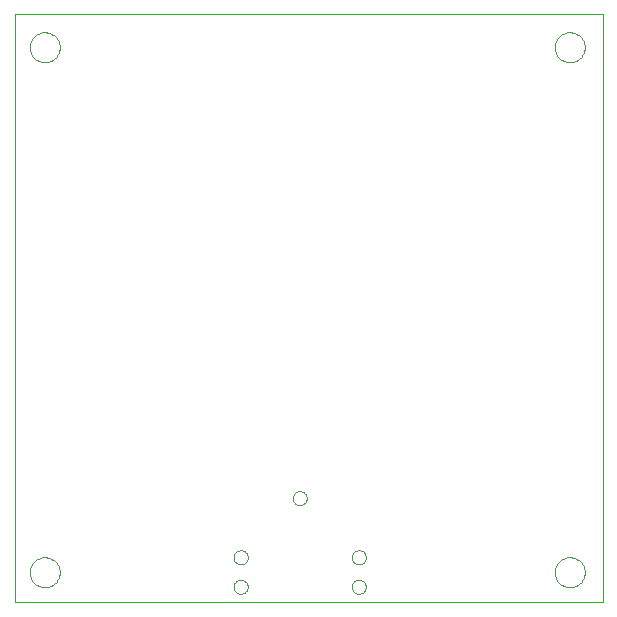
<source format=gbo>
G75*
G70*
%OFA0B0*%
%FSLAX24Y24*%
%IPPOS*%
%LPD*%
%AMOC8*
5,1,8,0,0,1.08239X$1,22.5*
%
%ADD10C,0.0000*%
D10*
X000131Y001209D02*
X000131Y020809D01*
X019731Y020809D01*
X019731Y001209D01*
X000131Y001209D01*
X000631Y002209D02*
X000633Y002253D01*
X000639Y002297D01*
X000649Y002340D01*
X000662Y002382D01*
X000679Y002423D01*
X000700Y002462D01*
X000724Y002499D01*
X000751Y002534D01*
X000781Y002566D01*
X000814Y002596D01*
X000850Y002622D01*
X000887Y002646D01*
X000927Y002665D01*
X000968Y002682D01*
X001011Y002694D01*
X001054Y002703D01*
X001098Y002708D01*
X001142Y002709D01*
X001186Y002706D01*
X001230Y002699D01*
X001273Y002688D01*
X001315Y002674D01*
X001355Y002656D01*
X001394Y002634D01*
X001430Y002610D01*
X001464Y002582D01*
X001496Y002551D01*
X001525Y002517D01*
X001551Y002481D01*
X001573Y002443D01*
X001592Y002403D01*
X001607Y002361D01*
X001619Y002319D01*
X001627Y002275D01*
X001631Y002231D01*
X001631Y002187D01*
X001627Y002143D01*
X001619Y002099D01*
X001607Y002057D01*
X001592Y002015D01*
X001573Y001975D01*
X001551Y001937D01*
X001525Y001901D01*
X001496Y001867D01*
X001464Y001836D01*
X001430Y001808D01*
X001394Y001784D01*
X001355Y001762D01*
X001315Y001744D01*
X001273Y001730D01*
X001230Y001719D01*
X001186Y001712D01*
X001142Y001709D01*
X001098Y001710D01*
X001054Y001715D01*
X001011Y001724D01*
X000968Y001736D01*
X000927Y001753D01*
X000887Y001772D01*
X000850Y001796D01*
X000814Y001822D01*
X000781Y001852D01*
X000751Y001884D01*
X000724Y001919D01*
X000700Y001956D01*
X000679Y001995D01*
X000662Y002036D01*
X000649Y002078D01*
X000639Y002121D01*
X000633Y002165D01*
X000631Y002209D01*
X007427Y001725D02*
X007429Y001755D01*
X007435Y001785D01*
X007444Y001814D01*
X007457Y001841D01*
X007474Y001866D01*
X007493Y001889D01*
X007516Y001910D01*
X007541Y001927D01*
X007567Y001941D01*
X007596Y001951D01*
X007625Y001958D01*
X007655Y001961D01*
X007686Y001960D01*
X007716Y001955D01*
X007745Y001946D01*
X007772Y001934D01*
X007798Y001919D01*
X007822Y001900D01*
X007843Y001878D01*
X007861Y001854D01*
X007876Y001827D01*
X007887Y001799D01*
X007895Y001770D01*
X007899Y001740D01*
X007899Y001710D01*
X007895Y001680D01*
X007887Y001651D01*
X007876Y001623D01*
X007861Y001596D01*
X007843Y001572D01*
X007822Y001550D01*
X007798Y001531D01*
X007772Y001516D01*
X007745Y001504D01*
X007716Y001495D01*
X007686Y001490D01*
X007655Y001489D01*
X007625Y001492D01*
X007596Y001499D01*
X007567Y001509D01*
X007541Y001523D01*
X007516Y001540D01*
X007493Y001561D01*
X007474Y001584D01*
X007457Y001609D01*
X007444Y001636D01*
X007435Y001665D01*
X007429Y001695D01*
X007427Y001725D01*
X007427Y002709D02*
X007429Y002739D01*
X007435Y002769D01*
X007444Y002798D01*
X007457Y002825D01*
X007474Y002850D01*
X007493Y002873D01*
X007516Y002894D01*
X007541Y002911D01*
X007567Y002925D01*
X007596Y002935D01*
X007625Y002942D01*
X007655Y002945D01*
X007686Y002944D01*
X007716Y002939D01*
X007745Y002930D01*
X007772Y002918D01*
X007798Y002903D01*
X007822Y002884D01*
X007843Y002862D01*
X007861Y002838D01*
X007876Y002811D01*
X007887Y002783D01*
X007895Y002754D01*
X007899Y002724D01*
X007899Y002694D01*
X007895Y002664D01*
X007887Y002635D01*
X007876Y002607D01*
X007861Y002580D01*
X007843Y002556D01*
X007822Y002534D01*
X007798Y002515D01*
X007772Y002500D01*
X007745Y002488D01*
X007716Y002479D01*
X007686Y002474D01*
X007655Y002473D01*
X007625Y002476D01*
X007596Y002483D01*
X007567Y002493D01*
X007541Y002507D01*
X007516Y002524D01*
X007493Y002545D01*
X007474Y002568D01*
X007457Y002593D01*
X007444Y002620D01*
X007435Y002649D01*
X007429Y002679D01*
X007427Y002709D01*
X009395Y004678D02*
X009397Y004708D01*
X009403Y004738D01*
X009412Y004767D01*
X009425Y004794D01*
X009442Y004819D01*
X009461Y004842D01*
X009484Y004863D01*
X009509Y004880D01*
X009535Y004894D01*
X009564Y004904D01*
X009593Y004911D01*
X009623Y004914D01*
X009654Y004913D01*
X009684Y004908D01*
X009713Y004899D01*
X009740Y004887D01*
X009766Y004872D01*
X009790Y004853D01*
X009811Y004831D01*
X009829Y004807D01*
X009844Y004780D01*
X009855Y004752D01*
X009863Y004723D01*
X009867Y004693D01*
X009867Y004663D01*
X009863Y004633D01*
X009855Y004604D01*
X009844Y004576D01*
X009829Y004549D01*
X009811Y004525D01*
X009790Y004503D01*
X009766Y004484D01*
X009740Y004469D01*
X009713Y004457D01*
X009684Y004448D01*
X009654Y004443D01*
X009623Y004442D01*
X009593Y004445D01*
X009564Y004452D01*
X009535Y004462D01*
X009509Y004476D01*
X009484Y004493D01*
X009461Y004514D01*
X009442Y004537D01*
X009425Y004562D01*
X009412Y004589D01*
X009403Y004618D01*
X009397Y004648D01*
X009395Y004678D01*
X011364Y002709D02*
X011366Y002739D01*
X011372Y002769D01*
X011381Y002798D01*
X011394Y002825D01*
X011411Y002850D01*
X011430Y002873D01*
X011453Y002894D01*
X011478Y002911D01*
X011504Y002925D01*
X011533Y002935D01*
X011562Y002942D01*
X011592Y002945D01*
X011623Y002944D01*
X011653Y002939D01*
X011682Y002930D01*
X011709Y002918D01*
X011735Y002903D01*
X011759Y002884D01*
X011780Y002862D01*
X011798Y002838D01*
X011813Y002811D01*
X011824Y002783D01*
X011832Y002754D01*
X011836Y002724D01*
X011836Y002694D01*
X011832Y002664D01*
X011824Y002635D01*
X011813Y002607D01*
X011798Y002580D01*
X011780Y002556D01*
X011759Y002534D01*
X011735Y002515D01*
X011709Y002500D01*
X011682Y002488D01*
X011653Y002479D01*
X011623Y002474D01*
X011592Y002473D01*
X011562Y002476D01*
X011533Y002483D01*
X011504Y002493D01*
X011478Y002507D01*
X011453Y002524D01*
X011430Y002545D01*
X011411Y002568D01*
X011394Y002593D01*
X011381Y002620D01*
X011372Y002649D01*
X011366Y002679D01*
X011364Y002709D01*
X011364Y001725D02*
X011366Y001755D01*
X011372Y001785D01*
X011381Y001814D01*
X011394Y001841D01*
X011411Y001866D01*
X011430Y001889D01*
X011453Y001910D01*
X011478Y001927D01*
X011504Y001941D01*
X011533Y001951D01*
X011562Y001958D01*
X011592Y001961D01*
X011623Y001960D01*
X011653Y001955D01*
X011682Y001946D01*
X011709Y001934D01*
X011735Y001919D01*
X011759Y001900D01*
X011780Y001878D01*
X011798Y001854D01*
X011813Y001827D01*
X011824Y001799D01*
X011832Y001770D01*
X011836Y001740D01*
X011836Y001710D01*
X011832Y001680D01*
X011824Y001651D01*
X011813Y001623D01*
X011798Y001596D01*
X011780Y001572D01*
X011759Y001550D01*
X011735Y001531D01*
X011709Y001516D01*
X011682Y001504D01*
X011653Y001495D01*
X011623Y001490D01*
X011592Y001489D01*
X011562Y001492D01*
X011533Y001499D01*
X011504Y001509D01*
X011478Y001523D01*
X011453Y001540D01*
X011430Y001561D01*
X011411Y001584D01*
X011394Y001609D01*
X011381Y001636D01*
X011372Y001665D01*
X011366Y001695D01*
X011364Y001725D01*
X018131Y002209D02*
X018133Y002253D01*
X018139Y002297D01*
X018149Y002340D01*
X018162Y002382D01*
X018179Y002423D01*
X018200Y002462D01*
X018224Y002499D01*
X018251Y002534D01*
X018281Y002566D01*
X018314Y002596D01*
X018350Y002622D01*
X018387Y002646D01*
X018427Y002665D01*
X018468Y002682D01*
X018511Y002694D01*
X018554Y002703D01*
X018598Y002708D01*
X018642Y002709D01*
X018686Y002706D01*
X018730Y002699D01*
X018773Y002688D01*
X018815Y002674D01*
X018855Y002656D01*
X018894Y002634D01*
X018930Y002610D01*
X018964Y002582D01*
X018996Y002551D01*
X019025Y002517D01*
X019051Y002481D01*
X019073Y002443D01*
X019092Y002403D01*
X019107Y002361D01*
X019119Y002319D01*
X019127Y002275D01*
X019131Y002231D01*
X019131Y002187D01*
X019127Y002143D01*
X019119Y002099D01*
X019107Y002057D01*
X019092Y002015D01*
X019073Y001975D01*
X019051Y001937D01*
X019025Y001901D01*
X018996Y001867D01*
X018964Y001836D01*
X018930Y001808D01*
X018894Y001784D01*
X018855Y001762D01*
X018815Y001744D01*
X018773Y001730D01*
X018730Y001719D01*
X018686Y001712D01*
X018642Y001709D01*
X018598Y001710D01*
X018554Y001715D01*
X018511Y001724D01*
X018468Y001736D01*
X018427Y001753D01*
X018387Y001772D01*
X018350Y001796D01*
X018314Y001822D01*
X018281Y001852D01*
X018251Y001884D01*
X018224Y001919D01*
X018200Y001956D01*
X018179Y001995D01*
X018162Y002036D01*
X018149Y002078D01*
X018139Y002121D01*
X018133Y002165D01*
X018131Y002209D01*
X018131Y019709D02*
X018133Y019753D01*
X018139Y019797D01*
X018149Y019840D01*
X018162Y019882D01*
X018179Y019923D01*
X018200Y019962D01*
X018224Y019999D01*
X018251Y020034D01*
X018281Y020066D01*
X018314Y020096D01*
X018350Y020122D01*
X018387Y020146D01*
X018427Y020165D01*
X018468Y020182D01*
X018511Y020194D01*
X018554Y020203D01*
X018598Y020208D01*
X018642Y020209D01*
X018686Y020206D01*
X018730Y020199D01*
X018773Y020188D01*
X018815Y020174D01*
X018855Y020156D01*
X018894Y020134D01*
X018930Y020110D01*
X018964Y020082D01*
X018996Y020051D01*
X019025Y020017D01*
X019051Y019981D01*
X019073Y019943D01*
X019092Y019903D01*
X019107Y019861D01*
X019119Y019819D01*
X019127Y019775D01*
X019131Y019731D01*
X019131Y019687D01*
X019127Y019643D01*
X019119Y019599D01*
X019107Y019557D01*
X019092Y019515D01*
X019073Y019475D01*
X019051Y019437D01*
X019025Y019401D01*
X018996Y019367D01*
X018964Y019336D01*
X018930Y019308D01*
X018894Y019284D01*
X018855Y019262D01*
X018815Y019244D01*
X018773Y019230D01*
X018730Y019219D01*
X018686Y019212D01*
X018642Y019209D01*
X018598Y019210D01*
X018554Y019215D01*
X018511Y019224D01*
X018468Y019236D01*
X018427Y019253D01*
X018387Y019272D01*
X018350Y019296D01*
X018314Y019322D01*
X018281Y019352D01*
X018251Y019384D01*
X018224Y019419D01*
X018200Y019456D01*
X018179Y019495D01*
X018162Y019536D01*
X018149Y019578D01*
X018139Y019621D01*
X018133Y019665D01*
X018131Y019709D01*
X000631Y019709D02*
X000633Y019753D01*
X000639Y019797D01*
X000649Y019840D01*
X000662Y019882D01*
X000679Y019923D01*
X000700Y019962D01*
X000724Y019999D01*
X000751Y020034D01*
X000781Y020066D01*
X000814Y020096D01*
X000850Y020122D01*
X000887Y020146D01*
X000927Y020165D01*
X000968Y020182D01*
X001011Y020194D01*
X001054Y020203D01*
X001098Y020208D01*
X001142Y020209D01*
X001186Y020206D01*
X001230Y020199D01*
X001273Y020188D01*
X001315Y020174D01*
X001355Y020156D01*
X001394Y020134D01*
X001430Y020110D01*
X001464Y020082D01*
X001496Y020051D01*
X001525Y020017D01*
X001551Y019981D01*
X001573Y019943D01*
X001592Y019903D01*
X001607Y019861D01*
X001619Y019819D01*
X001627Y019775D01*
X001631Y019731D01*
X001631Y019687D01*
X001627Y019643D01*
X001619Y019599D01*
X001607Y019557D01*
X001592Y019515D01*
X001573Y019475D01*
X001551Y019437D01*
X001525Y019401D01*
X001496Y019367D01*
X001464Y019336D01*
X001430Y019308D01*
X001394Y019284D01*
X001355Y019262D01*
X001315Y019244D01*
X001273Y019230D01*
X001230Y019219D01*
X001186Y019212D01*
X001142Y019209D01*
X001098Y019210D01*
X001054Y019215D01*
X001011Y019224D01*
X000968Y019236D01*
X000927Y019253D01*
X000887Y019272D01*
X000850Y019296D01*
X000814Y019322D01*
X000781Y019352D01*
X000751Y019384D01*
X000724Y019419D01*
X000700Y019456D01*
X000679Y019495D01*
X000662Y019536D01*
X000649Y019578D01*
X000639Y019621D01*
X000633Y019665D01*
X000631Y019709D01*
M02*

</source>
